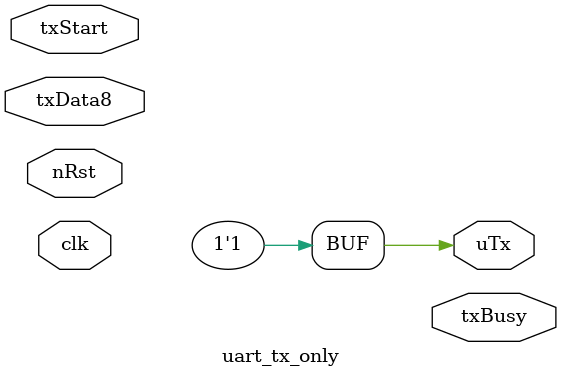
<source format=v>

module uart_tx_only(
    uTx,

    txBusy,
    txData8,
    txStart,


    nRst,
    clk
);

output                          uTx;	// RS232

output                          txBusy;	//
input   [7:0]                   txData8;	//
input                           txStart;		//,,

input                           nRst;		//
input                           clk;		// clk_bps_r,

assign uTx = 1'b1 ;


endmodule

</source>
